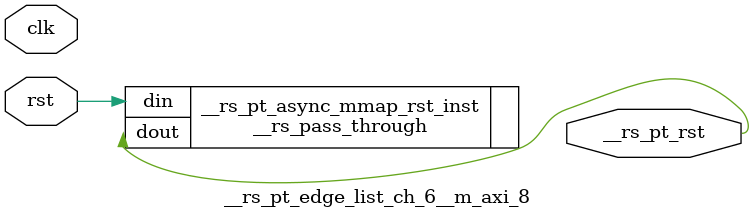
<source format=v>
`timescale 1 ns / 1 ps
/**   Generated by RapidStream   **/
module __rs_pt_edge_list_ch_6__m_axi_8 #(
    parameter BufferSize         = 32,
    parameter BufferSizeLog      = 5,
    parameter AddrWidth          = 64,
    parameter AxiSideAddrWidth   = 64,
    parameter DataWidth          = 512,
    parameter DataWidthBytesLog  = 6,
    parameter WaitTimeWidth      = 4,
    parameter BurstLenWidth      = 8,
    parameter EnableReadChannel  = 1,
    parameter EnableWriteChannel = 1,
    parameter MaxWaitTime        = 3,
    parameter MaxBurstLen        = 15
) (
    output wire __rs_pt_rst,
    input wire  clk,
    input wire  rst
);




__rs_pass_through #(
    .WIDTH (1)
) __rs_pt_async_mmap_rst_inst /**   Generated by RapidStream   **/ (
    .din  (rst),
    .dout (__rs_pt_rst)
);

endmodule  // __rs_pt_edge_list_ch_6__m_axi_8
</source>
